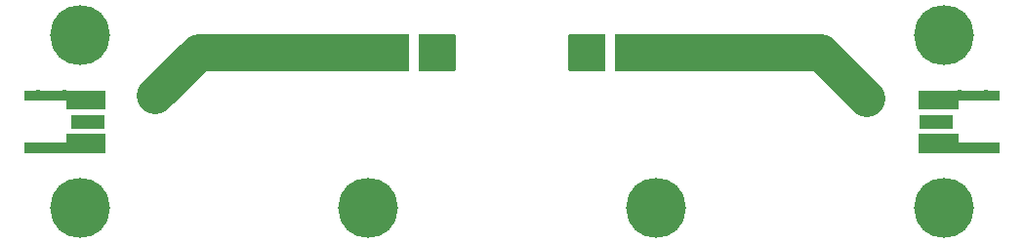
<source format=gts>
G04*
G04 #@! TF.GenerationSoftware,Altium Limited,Altium Designer,21.4.1 (30)*
G04*
G04 Layer_Color=8388736*
%FSLAX25Y25*%
%MOIN*%
G70*
G04*
G04 #@! TF.SameCoordinates,3188A3CB-C3BA-4C27-A4B5-D095F5D5FE6E*
G04*
G04*
G04 #@! TF.FilePolarity,Negative*
G04*
G01*
G75*
%ADD12R,0.11824X0.05131*%
%ADD13R,0.01800X0.01800*%
%ADD14C,0.12611*%
%ADD15C,0.20485*%
G36*
X214619Y79138D02*
X214671Y79127D01*
X214720Y79110D01*
X214767Y79087D01*
X214811Y79058D01*
X214850Y79024D01*
X214885Y78984D01*
X214914Y78941D01*
X214937Y78894D01*
X214954Y78844D01*
X214964Y78793D01*
X214968Y78740D01*
Y66929D01*
X214964Y66877D01*
X214954Y66825D01*
X214937Y66776D01*
X214914Y66729D01*
X214885Y66685D01*
X214850Y66646D01*
X214811Y66611D01*
X214767Y66582D01*
X214720Y66559D01*
X214671Y66542D01*
X214619Y66532D01*
X214567Y66528D01*
X202756D01*
X202704Y66532D01*
X202652Y66542D01*
X202603Y66559D01*
X202555Y66582D01*
X202512Y66611D01*
X202472Y66646D01*
X202438Y66685D01*
X202409Y66729D01*
X202386Y66776D01*
X202369Y66825D01*
X202359Y66877D01*
X202355Y66929D01*
Y78740D01*
X202359Y78793D01*
X202369Y78844D01*
X202386Y78894D01*
X202409Y78941D01*
X202438Y78984D01*
X202472Y79024D01*
X202512Y79058D01*
X202555Y79087D01*
X202603Y79110D01*
X202652Y79127D01*
X202704Y79138D01*
X202756Y79141D01*
X214567D01*
X214619Y79138D01*
D02*
G37*
G36*
X198871D02*
X198923Y79127D01*
X198972Y79110D01*
X199019Y79087D01*
X199063Y79058D01*
X199102Y79024D01*
X199137Y78984D01*
X199166Y78941D01*
X199189Y78894D01*
X199206Y78844D01*
X199216Y78793D01*
X199220Y78740D01*
Y66929D01*
X199216Y66877D01*
X199206Y66825D01*
X199189Y66776D01*
X199166Y66729D01*
X199137Y66685D01*
X199102Y66646D01*
X199063Y66611D01*
X199019Y66582D01*
X198972Y66559D01*
X198923Y66542D01*
X198871Y66532D01*
X198819Y66528D01*
X187008D01*
X186955Y66532D01*
X186904Y66542D01*
X186855Y66559D01*
X186807Y66582D01*
X186764Y66611D01*
X186724Y66646D01*
X186690Y66685D01*
X186661Y66729D01*
X186637Y66776D01*
X186621Y66825D01*
X186610Y66877D01*
X186607Y66929D01*
Y78740D01*
X186610Y78793D01*
X186621Y78844D01*
X186637Y78894D01*
X186661Y78941D01*
X186690Y78984D01*
X186724Y79024D01*
X186764Y79058D01*
X186807Y79087D01*
X186855Y79110D01*
X186904Y79127D01*
X186955Y79138D01*
X187008Y79141D01*
X198819D01*
X198871Y79138D01*
D02*
G37*
G36*
X147690D02*
X147742Y79127D01*
X147791Y79110D01*
X147838Y79087D01*
X147882Y79058D01*
X147921Y79024D01*
X147956Y78984D01*
X147985Y78941D01*
X148008Y78894D01*
X148025Y78844D01*
X148035Y78793D01*
X148039Y78740D01*
Y66929D01*
X148035Y66877D01*
X148025Y66825D01*
X148008Y66776D01*
X147985Y66729D01*
X147956Y66685D01*
X147921Y66646D01*
X147882Y66611D01*
X147838Y66582D01*
X147791Y66559D01*
X147742Y66542D01*
X147690Y66532D01*
X147638Y66528D01*
X135827D01*
X135775Y66532D01*
X135723Y66542D01*
X135673Y66559D01*
X135626Y66582D01*
X135583Y66611D01*
X135543Y66646D01*
X135509Y66685D01*
X135480Y66729D01*
X135456Y66776D01*
X135440Y66825D01*
X135429Y66877D01*
X135426Y66929D01*
Y78740D01*
X135429Y78793D01*
X135440Y78844D01*
X135456Y78894D01*
X135480Y78941D01*
X135509Y78984D01*
X135543Y79024D01*
X135583Y79058D01*
X135626Y79087D01*
X135673Y79110D01*
X135723Y79127D01*
X135775Y79138D01*
X135827Y79141D01*
X147638D01*
X147690Y79138D01*
D02*
G37*
G36*
X131942D02*
X131993Y79127D01*
X132043Y79110D01*
X132090Y79087D01*
X132134Y79058D01*
X132173Y79024D01*
X132208Y78984D01*
X132237Y78941D01*
X132260Y78894D01*
X132277Y78844D01*
X132287Y78793D01*
X132291Y78740D01*
Y66929D01*
X132287Y66877D01*
X132277Y66825D01*
X132260Y66776D01*
X132237Y66729D01*
X132208Y66685D01*
X132173Y66646D01*
X132134Y66611D01*
X132090Y66582D01*
X132043Y66559D01*
X131993Y66542D01*
X131942Y66532D01*
X131890Y66528D01*
X120079D01*
X120026Y66532D01*
X119975Y66542D01*
X119925Y66559D01*
X119878Y66582D01*
X119835Y66611D01*
X119795Y66646D01*
X119761Y66685D01*
X119732Y66729D01*
X119708Y66776D01*
X119692Y66825D01*
X119681Y66877D01*
X119678Y66929D01*
Y78740D01*
X119681Y78793D01*
X119692Y78844D01*
X119708Y78894D01*
X119732Y78941D01*
X119761Y78984D01*
X119795Y79024D01*
X119835Y79058D01*
X119878Y79087D01*
X119925Y79110D01*
X119975Y79127D01*
X120026Y79138D01*
X120079Y79141D01*
X131890D01*
X131942Y79138D01*
D02*
G37*
G36*
X333839Y56299D02*
X319665D01*
Y53347D01*
X306279D01*
Y59842D01*
X333839D01*
Y56299D01*
D02*
G37*
G36*
X28366Y53347D02*
X14980D01*
Y56299D01*
X807D01*
Y59842D01*
X28366D01*
Y53347D01*
D02*
G37*
G36*
X319665Y42126D02*
X333839D01*
Y38583D01*
X306279D01*
Y45079D01*
X319665D01*
Y42126D01*
D02*
G37*
G36*
X28366Y38583D02*
X807D01*
Y42126D01*
X14980D01*
Y45079D01*
X28366D01*
Y38583D01*
D02*
G37*
D12*
X22461Y49213D02*
D03*
X312185Y49213D02*
D03*
D13*
X14547Y38976D02*
D03*
X5492D02*
D03*
Y59449D02*
D03*
X14547D02*
D03*
X320098Y38976D02*
D03*
X329154D02*
D03*
Y59449D02*
D03*
X320098D02*
D03*
D14*
X272665Y72835D02*
X288500Y57000D01*
X214567Y72835D02*
X272665D01*
X60335Y72835D02*
X124016D01*
X45500Y58000D02*
X60335Y72835D01*
D15*
X19685Y78740D02*
D03*
X314961D02*
D03*
Y19685D02*
D03*
X216535D02*
D03*
X118110D02*
D03*
X19685D02*
D03*
M02*

</source>
